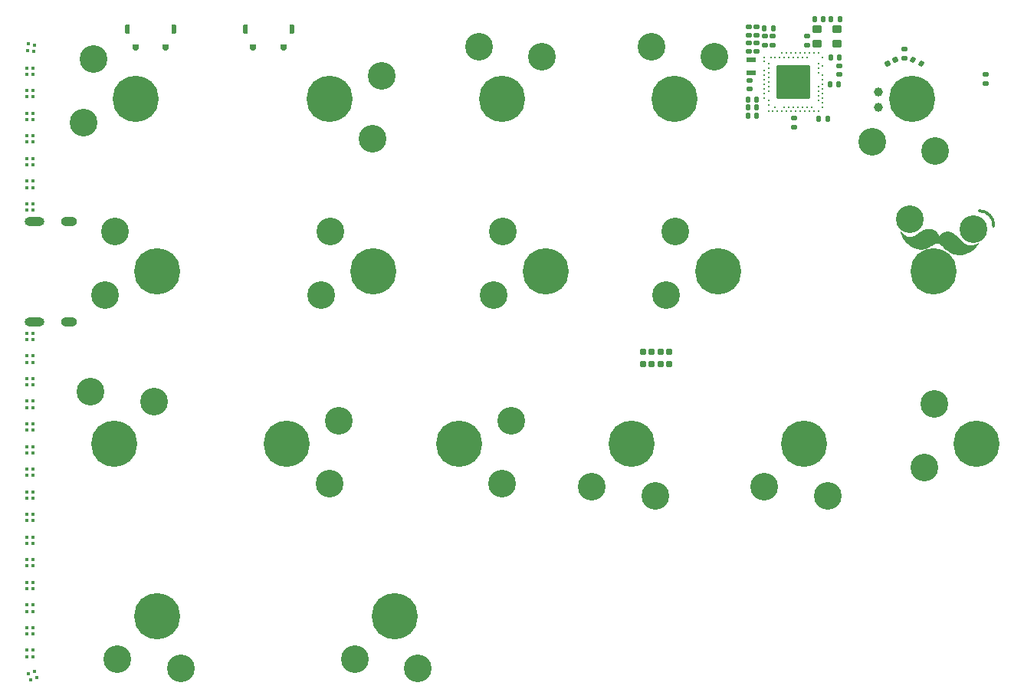
<source format=gts>
G04 #@! TF.GenerationSoftware,KiCad,Pcbnew,(6.0.11-0)*
G04 #@! TF.CreationDate,2023-02-16T18:47:18+08:00*
G04 #@! TF.ProjectId,Right,52696768-742e-46b6-9963-61645f706362,rev?*
G04 #@! TF.SameCoordinates,Original*
G04 #@! TF.FileFunction,Soldermask,Top*
G04 #@! TF.FilePolarity,Negative*
%FSLAX46Y46*%
G04 Gerber Fmt 4.6, Leading zero omitted, Abs format (unit mm)*
G04 Created by KiCad (PCBNEW (6.0.11-0)) date 2023-02-16 18:47:18*
%MOMM*%
%LPD*%
G01*
G04 APERTURE LIST*
G04 Aperture macros list*
%AMRoundRect*
0 Rectangle with rounded corners*
0 $1 Rounding radius*
0 $2 $3 $4 $5 $6 $7 $8 $9 X,Y pos of 4 corners*
0 Add a 4 corners polygon primitive as box body*
4,1,4,$2,$3,$4,$5,$6,$7,$8,$9,$2,$3,0*
0 Add four circle primitives for the rounded corners*
1,1,$1+$1,$2,$3*
1,1,$1+$1,$4,$5*
1,1,$1+$1,$6,$7*
1,1,$1+$1,$8,$9*
0 Add four rect primitives between the rounded corners*
20,1,$1+$1,$2,$3,$4,$5,0*
20,1,$1+$1,$4,$5,$6,$7,0*
20,1,$1+$1,$6,$7,$8,$9,0*
20,1,$1+$1,$8,$9,$2,$3,0*%
%AMFreePoly0*
4,1,13,-0.250000,0.375000,-0.240485,0.422835,-0.213388,0.463388,-0.172835,0.490485,-0.125000,0.500000,0.250000,0.500000,0.250000,-0.500000,-0.125000,-0.500000,-0.172835,-0.490485,-0.213388,-0.463388,-0.240485,-0.422835,-0.250000,-0.375000,-0.250000,0.375000,-0.250000,0.375000,$1*%
%AMFreePoly1*
4,1,13,-0.300000,0.150000,-0.288582,0.207403,-0.256066,0.256066,-0.207403,0.288582,-0.150000,0.300000,0.300000,0.300000,0.300000,-0.300000,-0.150000,-0.300000,-0.207403,-0.288582,-0.256066,-0.256066,-0.288582,-0.207403,-0.300000,-0.150000,-0.300000,0.150000,-0.300000,0.150000,$1*%
G04 Aperture macros list end*
%ADD10C,0.100000*%
%ADD11C,0.350000*%
%ADD12RoundRect,0.087500X-0.087500X-0.087500X0.087500X-0.087500X0.087500X0.087500X-0.087500X0.087500X0*%
%ADD13C,1.000000*%
%ADD14RoundRect,0.140000X-0.170000X0.140000X-0.170000X-0.140000X0.170000X-0.140000X0.170000X0.140000X0*%
%ADD15FreePoly0,180.000000*%
%ADD16FreePoly1,90.000000*%
%ADD17FreePoly0,0.000000*%
%ADD18RoundRect,0.135000X-0.194472X-0.120957X0.055868X-0.222101X0.194472X0.120957X-0.055868X0.222101X0*%
%ADD19C,3.050000*%
%ADD20C,5.100000*%
%ADD21RoundRect,0.147500X-0.147500X-0.172500X0.147500X-0.172500X0.147500X0.172500X-0.147500X0.172500X0*%
%ADD22RoundRect,0.140000X-0.140000X-0.170000X0.140000X-0.170000X0.140000X0.170000X-0.140000X0.170000X0*%
%ADD23RoundRect,0.090000X-0.270000X0.210000X-0.270000X-0.210000X0.270000X-0.210000X0.270000X0.210000X0*%
%ADD24RoundRect,0.087500X-0.101365X-0.070976X0.070976X-0.101365X0.101365X0.070976X-0.070976X0.101365X0*%
%ADD25RoundRect,0.140000X0.170000X-0.140000X0.170000X0.140000X-0.170000X0.140000X-0.170000X-0.140000X0*%
%ADD26C,0.290000*%
%ADD27RoundRect,0.020000X1.800000X1.800000X-1.800000X1.800000X-1.800000X-1.800000X1.800000X-1.800000X0*%
%ADD28RoundRect,0.140000X0.140000X0.170000X-0.140000X0.170000X-0.140000X-0.170000X0.140000X-0.170000X0*%
%ADD29RoundRect,0.087500X-0.056178X-0.110256X0.110256X-0.056178X0.056178X0.110256X-0.110256X0.056178X0*%
%ADD30RoundRect,0.147500X-0.172500X0.147500X-0.172500X-0.147500X0.172500X-0.147500X0.172500X0.147500X0*%
%ADD31RoundRect,0.150000X0.350000X0.300000X-0.350000X0.300000X-0.350000X-0.300000X0.350000X-0.300000X0*%
%ADD32RoundRect,0.147500X-0.072140X-0.215194X0.201379X-0.104685X0.072140X0.215194X-0.201379X0.104685X0*%
%ADD33R,1.100000X0.600000*%
%ADD34O,2.200000X1.000000*%
%ADD35O,1.800000X1.000000*%
G04 APERTURE END LIST*
D10*
G36*
X156277056Y-70206842D02*
G01*
X156345485Y-70216659D01*
X156411164Y-70230299D01*
X156474131Y-70247476D01*
X156534422Y-70267941D01*
X156592076Y-70291398D01*
X156647136Y-70317598D01*
X156699622Y-70346271D01*
X156749592Y-70377125D01*
X156797075Y-70409907D01*
X156842111Y-70444347D01*
X156884743Y-70480156D01*
X156924999Y-70517087D01*
X156998542Y-70593174D01*
X157063068Y-70670468D01*
X157118864Y-70746773D01*
X157166230Y-70819941D01*
X157205480Y-70887793D01*
X157236909Y-70948175D01*
X157277538Y-71037818D01*
X157290538Y-71071563D01*
X157309365Y-71043692D01*
X157332537Y-71011962D01*
X157364586Y-70971130D01*
X157405262Y-70923264D01*
X157454358Y-70870432D01*
X157511613Y-70814715D01*
X157576811Y-70758184D01*
X157612306Y-70730252D01*
X157649705Y-70702900D01*
X157688973Y-70676376D01*
X157730081Y-70650929D01*
X157772997Y-70626839D01*
X157817699Y-70604358D01*
X157864139Y-70583743D01*
X157912308Y-70565253D01*
X157962174Y-70549132D01*
X158013707Y-70535664D01*
X158066869Y-70525104D01*
X158121645Y-70517697D01*
X158177991Y-70513716D01*
X158235894Y-70513394D01*
X158295300Y-70517019D01*
X158356218Y-70524849D01*
X158430002Y-70540006D01*
X158503184Y-70561189D01*
X158575753Y-70587949D01*
X158647720Y-70619923D01*
X158719061Y-70656688D01*
X158789799Y-70697836D01*
X158859919Y-70742975D01*
X158929420Y-70791694D01*
X159066545Y-70898247D01*
X159201156Y-71014249D01*
X159333227Y-71136466D01*
X159462757Y-71261680D01*
X159714036Y-71508086D01*
X159835749Y-71622806D01*
X159954826Y-71727557D01*
X160071219Y-71819102D01*
X160128417Y-71858908D01*
X160184948Y-71894202D01*
X160240794Y-71924564D01*
X160295967Y-71949596D01*
X160350442Y-71968911D01*
X160404239Y-71982080D01*
X160539480Y-72002631D01*
X160668256Y-72013406D01*
X160790252Y-72015608D01*
X160905165Y-72010364D01*
X161012671Y-71998866D01*
X161112463Y-71982257D01*
X161204240Y-71961713D01*
X161287674Y-71938391D01*
X161362466Y-71913462D01*
X161428292Y-71888071D01*
X161531820Y-71840614D01*
X161617639Y-71791477D01*
X161599841Y-71822678D01*
X161545538Y-71907976D01*
X161504276Y-71966991D01*
X161453366Y-72034844D01*
X161392638Y-72109964D01*
X161321925Y-72190785D01*
X161241058Y-72275756D01*
X161149856Y-72363302D01*
X161100331Y-72407547D01*
X161048150Y-72451852D01*
X160993314Y-72496026D01*
X160935775Y-72539870D01*
X160875539Y-72583179D01*
X160812556Y-72625768D01*
X160746836Y-72667438D01*
X160678332Y-72708002D01*
X160607027Y-72747253D01*
X160532907Y-72785000D01*
X160455948Y-72821039D01*
X160376115Y-72855195D01*
X160274096Y-72894339D01*
X160173077Y-72928258D01*
X160073095Y-72957039D01*
X159974113Y-72980810D01*
X159876157Y-72999654D01*
X159779211Y-73013699D01*
X159683287Y-73023036D01*
X159588387Y-73027796D01*
X159494502Y-73028074D01*
X159401636Y-73023968D01*
X159309791Y-73015601D01*
X159218971Y-73003083D01*
X159129172Y-72986505D01*
X159040386Y-72965993D01*
X158865910Y-72913579D01*
X158695523Y-72846695D01*
X158529235Y-72766218D01*
X158367046Y-72673001D01*
X158208981Y-72567923D01*
X158055016Y-72451834D01*
X157905188Y-72325608D01*
X157759475Y-72190115D01*
X157617887Y-72046205D01*
X157577157Y-72004051D01*
X157537829Y-71965336D01*
X157499824Y-71929970D01*
X157463086Y-71897832D01*
X157427531Y-71868814D01*
X157393089Y-71842813D01*
X157359691Y-71819717D01*
X157327263Y-71799409D01*
X157295741Y-71781794D01*
X157265043Y-71766758D01*
X157235104Y-71754192D01*
X157205845Y-71743979D01*
X157177202Y-71736025D01*
X157149094Y-71730213D01*
X157121471Y-71726430D01*
X157094232Y-71724583D01*
X157067330Y-71724542D01*
X157040673Y-71726205D01*
X157014208Y-71729470D01*
X156987846Y-71734225D01*
X156935174Y-71747764D01*
X156882086Y-71765954D01*
X156828011Y-71787925D01*
X156772380Y-71812797D01*
X156654124Y-71867773D01*
X156622704Y-71885718D01*
X156578732Y-71915314D01*
X156455268Y-72001099D01*
X156376808Y-72053120D01*
X156287919Y-72108428D01*
X156189089Y-72164952D01*
X156080858Y-72220597D01*
X156023378Y-72247431D01*
X155963743Y-72273273D01*
X155902028Y-72297842D01*
X155838283Y-72320880D01*
X155772576Y-72342150D01*
X155704998Y-72361359D01*
X155635568Y-72378256D01*
X155564388Y-72392600D01*
X155491502Y-72404102D01*
X155416991Y-72412514D01*
X155340914Y-72417572D01*
X155263335Y-72419021D01*
X155184323Y-72416588D01*
X155103935Y-72410030D01*
X155022244Y-72399069D01*
X154939327Y-72383442D01*
X154801035Y-72349385D01*
X154669318Y-72308675D01*
X154544006Y-72261835D01*
X154424960Y-72209372D01*
X154312045Y-72151788D01*
X154205128Y-72089589D01*
X154104041Y-72023280D01*
X154008666Y-71953375D01*
X153918847Y-71880370D01*
X153834451Y-71804780D01*
X153755333Y-71727101D01*
X153681349Y-71647855D01*
X153548212Y-71486644D01*
X153433911Y-71325205D01*
X153337316Y-71167592D01*
X153257288Y-71017857D01*
X153192685Y-70880037D01*
X153142375Y-70758194D01*
X153080090Y-70578632D01*
X153061351Y-70511589D01*
X153061342Y-70511576D01*
X153061348Y-70511578D01*
X153061351Y-70511589D01*
X153082212Y-70541087D01*
X153107854Y-70574687D01*
X153143261Y-70617947D01*
X153188149Y-70668688D01*
X153242238Y-70724727D01*
X153305240Y-70783882D01*
X153339979Y-70813949D01*
X153376849Y-70843971D01*
X153415794Y-70873680D01*
X153456800Y-70902815D01*
X153499811Y-70931093D01*
X153544800Y-70958238D01*
X153591741Y-70983972D01*
X153640569Y-71008039D01*
X153691284Y-71030159D01*
X153743821Y-71050054D01*
X153798162Y-71067462D01*
X153854273Y-71082101D01*
X153912101Y-71093695D01*
X153971626Y-71101990D01*
X154032806Y-71106695D01*
X154095604Y-71107547D01*
X154159996Y-71104260D01*
X154225927Y-71096577D01*
X154278668Y-71086489D01*
X154332699Y-71072025D01*
X154387971Y-71053497D01*
X154444401Y-71031236D01*
X154560585Y-70976808D01*
X154680810Y-70911319D01*
X154804607Y-70837380D01*
X154931578Y-70757565D01*
X155193188Y-70590709D01*
X155326955Y-70508840D01*
X155462088Y-70431476D01*
X155598160Y-70361197D01*
X155666410Y-70329526D01*
X155734730Y-70300601D01*
X155803059Y-70274740D01*
X155871342Y-70252269D01*
X155939532Y-70233526D01*
X156007566Y-70218810D01*
X156075391Y-70208457D01*
X156142948Y-70202801D01*
X156210189Y-70202160D01*
X156277056Y-70206842D01*
G37*
X156277056Y-70206842D02*
X156345485Y-70216659D01*
X156411164Y-70230299D01*
X156474131Y-70247476D01*
X156534422Y-70267941D01*
X156592076Y-70291398D01*
X156647136Y-70317598D01*
X156699622Y-70346271D01*
X156749592Y-70377125D01*
X156797075Y-70409907D01*
X156842111Y-70444347D01*
X156884743Y-70480156D01*
X156924999Y-70517087D01*
X156998542Y-70593174D01*
X157063068Y-70670468D01*
X157118864Y-70746773D01*
X157166230Y-70819941D01*
X157205480Y-70887793D01*
X157236909Y-70948175D01*
X157277538Y-71037818D01*
X157290538Y-71071563D01*
X157309365Y-71043692D01*
X157332537Y-71011962D01*
X157364586Y-70971130D01*
X157405262Y-70923264D01*
X157454358Y-70870432D01*
X157511613Y-70814715D01*
X157576811Y-70758184D01*
X157612306Y-70730252D01*
X157649705Y-70702900D01*
X157688973Y-70676376D01*
X157730081Y-70650929D01*
X157772997Y-70626839D01*
X157817699Y-70604358D01*
X157864139Y-70583743D01*
X157912308Y-70565253D01*
X157962174Y-70549132D01*
X158013707Y-70535664D01*
X158066869Y-70525104D01*
X158121645Y-70517697D01*
X158177991Y-70513716D01*
X158235894Y-70513394D01*
X158295300Y-70517019D01*
X158356218Y-70524849D01*
X158430002Y-70540006D01*
X158503184Y-70561189D01*
X158575753Y-70587949D01*
X158647720Y-70619923D01*
X158719061Y-70656688D01*
X158789799Y-70697836D01*
X158859919Y-70742975D01*
X158929420Y-70791694D01*
X159066545Y-70898247D01*
X159201156Y-71014249D01*
X159333227Y-71136466D01*
X159462757Y-71261680D01*
X159714036Y-71508086D01*
X159835749Y-71622806D01*
X159954826Y-71727557D01*
X160071219Y-71819102D01*
X160128417Y-71858908D01*
X160184948Y-71894202D01*
X160240794Y-71924564D01*
X160295967Y-71949596D01*
X160350442Y-71968911D01*
X160404239Y-71982080D01*
X160539480Y-72002631D01*
X160668256Y-72013406D01*
X160790252Y-72015608D01*
X160905165Y-72010364D01*
X161012671Y-71998866D01*
X161112463Y-71982257D01*
X161204240Y-71961713D01*
X161287674Y-71938391D01*
X161362466Y-71913462D01*
X161428292Y-71888071D01*
X161531820Y-71840614D01*
X161617639Y-71791477D01*
X161599841Y-71822678D01*
X161545538Y-71907976D01*
X161504276Y-71966991D01*
X161453366Y-72034844D01*
X161392638Y-72109964D01*
X161321925Y-72190785D01*
X161241058Y-72275756D01*
X161149856Y-72363302D01*
X161100331Y-72407547D01*
X161048150Y-72451852D01*
X160993314Y-72496026D01*
X160935775Y-72539870D01*
X160875539Y-72583179D01*
X160812556Y-72625768D01*
X160746836Y-72667438D01*
X160678332Y-72708002D01*
X160607027Y-72747253D01*
X160532907Y-72785000D01*
X160455948Y-72821039D01*
X160376115Y-72855195D01*
X160274096Y-72894339D01*
X160173077Y-72928258D01*
X160073095Y-72957039D01*
X159974113Y-72980810D01*
X159876157Y-72999654D01*
X159779211Y-73013699D01*
X159683287Y-73023036D01*
X159588387Y-73027796D01*
X159494502Y-73028074D01*
X159401636Y-73023968D01*
X159309791Y-73015601D01*
X159218971Y-73003083D01*
X159129172Y-72986505D01*
X159040386Y-72965993D01*
X158865910Y-72913579D01*
X158695523Y-72846695D01*
X158529235Y-72766218D01*
X158367046Y-72673001D01*
X158208981Y-72567923D01*
X158055016Y-72451834D01*
X157905188Y-72325608D01*
X157759475Y-72190115D01*
X157617887Y-72046205D01*
X157577157Y-72004051D01*
X157537829Y-71965336D01*
X157499824Y-71929970D01*
X157463086Y-71897832D01*
X157427531Y-71868814D01*
X157393089Y-71842813D01*
X157359691Y-71819717D01*
X157327263Y-71799409D01*
X157295741Y-71781794D01*
X157265043Y-71766758D01*
X157235104Y-71754192D01*
X157205845Y-71743979D01*
X157177202Y-71736025D01*
X157149094Y-71730213D01*
X157121471Y-71726430D01*
X157094232Y-71724583D01*
X157067330Y-71724542D01*
X157040673Y-71726205D01*
X157014208Y-71729470D01*
X156987846Y-71734225D01*
X156935174Y-71747764D01*
X156882086Y-71765954D01*
X156828011Y-71787925D01*
X156772380Y-71812797D01*
X156654124Y-71867773D01*
X156622704Y-71885718D01*
X156578732Y-71915314D01*
X156455268Y-72001099D01*
X156376808Y-72053120D01*
X156287919Y-72108428D01*
X156189089Y-72164952D01*
X156080858Y-72220597D01*
X156023378Y-72247431D01*
X155963743Y-72273273D01*
X155902028Y-72297842D01*
X155838283Y-72320880D01*
X155772576Y-72342150D01*
X155704998Y-72361359D01*
X155635568Y-72378256D01*
X155564388Y-72392600D01*
X155491502Y-72404102D01*
X155416991Y-72412514D01*
X155340914Y-72417572D01*
X155263335Y-72419021D01*
X155184323Y-72416588D01*
X155103935Y-72410030D01*
X155022244Y-72399069D01*
X154939327Y-72383442D01*
X154801035Y-72349385D01*
X154669318Y-72308675D01*
X154544006Y-72261835D01*
X154424960Y-72209372D01*
X154312045Y-72151788D01*
X154205128Y-72089589D01*
X154104041Y-72023280D01*
X154008666Y-71953375D01*
X153918847Y-71880370D01*
X153834451Y-71804780D01*
X153755333Y-71727101D01*
X153681349Y-71647855D01*
X153548212Y-71486644D01*
X153433911Y-71325205D01*
X153337316Y-71167592D01*
X153257288Y-71017857D01*
X153192685Y-70880037D01*
X153142375Y-70758194D01*
X153080090Y-70578632D01*
X153061351Y-70511589D01*
X153061342Y-70511576D01*
X153061348Y-70511578D01*
X153061351Y-70511589D01*
X153082212Y-70541087D01*
X153107854Y-70574687D01*
X153143261Y-70617947D01*
X153188149Y-70668688D01*
X153242238Y-70724727D01*
X153305240Y-70783882D01*
X153339979Y-70813949D01*
X153376849Y-70843971D01*
X153415794Y-70873680D01*
X153456800Y-70902815D01*
X153499811Y-70931093D01*
X153544800Y-70958238D01*
X153591741Y-70983972D01*
X153640569Y-71008039D01*
X153691284Y-71030159D01*
X153743821Y-71050054D01*
X153798162Y-71067462D01*
X153854273Y-71082101D01*
X153912101Y-71093695D01*
X153971626Y-71101990D01*
X154032806Y-71106695D01*
X154095604Y-71107547D01*
X154159996Y-71104260D01*
X154225927Y-71096577D01*
X154278668Y-71086489D01*
X154332699Y-71072025D01*
X154387971Y-71053497D01*
X154444401Y-71031236D01*
X154560585Y-70976808D01*
X154680810Y-70911319D01*
X154804607Y-70837380D01*
X154931578Y-70757565D01*
X155193188Y-70590709D01*
X155326955Y-70508840D01*
X155462088Y-70431476D01*
X155598160Y-70361197D01*
X155666410Y-70329526D01*
X155734730Y-70300601D01*
X155803059Y-70274740D01*
X155871342Y-70252269D01*
X155939532Y-70233526D01*
X156007566Y-70218810D01*
X156075391Y-70208457D01*
X156142948Y-70202801D01*
X156210189Y-70202160D01*
X156277056Y-70206842D01*
D11*
X163340575Y-69886706D02*
G75*
G03*
X161773387Y-68216455I-1570575J96706D01*
G01*
D12*
X56537784Y-116750411D03*
X57237784Y-116750411D03*
X56537784Y-117450411D03*
X57237784Y-117450411D03*
D13*
X150580002Y-56780006D03*
D14*
X138040000Y-48940000D03*
X138040000Y-49900000D03*
D15*
X72797208Y-48104296D03*
D16*
X68552208Y-50154296D03*
X71902208Y-50154296D03*
D17*
X67657208Y-48104296D03*
D13*
X150580002Y-55080006D03*
D12*
X56537784Y-84250411D03*
X57237784Y-84250411D03*
X56537784Y-84950411D03*
X57237784Y-84950411D03*
D14*
X162480002Y-53170000D03*
X162480002Y-54130000D03*
D18*
X154436261Y-51556692D03*
X155381989Y-51938790D03*
D14*
X136260000Y-47870000D03*
X136260000Y-48830000D03*
D19*
X90073752Y-70530006D03*
X89023752Y-77530006D03*
D20*
X94773752Y-74930006D03*
D21*
X137995000Y-48070000D03*
X138965000Y-48070000D03*
D14*
X136400000Y-53800000D03*
X136400000Y-54760000D03*
D20*
X132873752Y-74930006D03*
D19*
X127123752Y-77530006D03*
X128173752Y-70530006D03*
D14*
X137130000Y-47870000D03*
X137130000Y-48830000D03*
D12*
X56537784Y-52431211D03*
X57237784Y-52431211D03*
X56537784Y-53131211D03*
X57237784Y-53131211D03*
X56537784Y-54931211D03*
X57237784Y-54931211D03*
X56537784Y-55631211D03*
X57237784Y-55631211D03*
X56537784Y-64931211D03*
X57237784Y-64931211D03*
X56537784Y-65631211D03*
X57237784Y-65631211D03*
X56537784Y-106750411D03*
X57237784Y-106750411D03*
X56537784Y-107450411D03*
X57237784Y-107450411D03*
D22*
X136210000Y-56790000D03*
X137170000Y-56790000D03*
D12*
X56537784Y-99250411D03*
X57237784Y-99250411D03*
X56537784Y-99950411D03*
X57237784Y-99950411D03*
X56537784Y-114250411D03*
X57237784Y-114250411D03*
X56537784Y-114950411D03*
X57237784Y-114950411D03*
D23*
X127503756Y-85155002D03*
X126533756Y-85155002D03*
X125563756Y-85155002D03*
X124593756Y-85155002D03*
X124593756Y-83755002D03*
X125563756Y-83755002D03*
X126533756Y-83755002D03*
X127503756Y-83755002D03*
D22*
X136210000Y-57680000D03*
X137170000Y-57680000D03*
D12*
X56537784Y-89250411D03*
X57237784Y-89250411D03*
X56537784Y-89950411D03*
X57237784Y-89950411D03*
D24*
X56737978Y-49792251D03*
X57427344Y-49913805D03*
X56616424Y-50481617D03*
X57305790Y-50603171D03*
D19*
X137998752Y-98680006D03*
D20*
X142398752Y-93980006D03*
D19*
X144998752Y-99730006D03*
D25*
X136260000Y-50610000D03*
X136260000Y-49650000D03*
D14*
X142771402Y-48922257D03*
X142771402Y-49882257D03*
D22*
X145371402Y-47082257D03*
X146331402Y-47082257D03*
D19*
X161086252Y-70230000D03*
X154086252Y-69180000D03*
D20*
X156686252Y-74930000D03*
D19*
X113461252Y-51180006D03*
X106461252Y-50130006D03*
D20*
X109061252Y-55880006D03*
D12*
X56537784Y-62431211D03*
X57237784Y-62431211D03*
X56537784Y-63131211D03*
X57237784Y-63131211D03*
D15*
X85797208Y-48104296D03*
D16*
X81552208Y-50154296D03*
X84902208Y-50154296D03*
D17*
X80657208Y-48104296D03*
D22*
X145360000Y-51300000D03*
X146320000Y-51300000D03*
D19*
X118948752Y-98680006D03*
X125948752Y-99730006D03*
D20*
X123348752Y-93980006D03*
D22*
X143571402Y-47082257D03*
X144531402Y-47082257D03*
D26*
X139960000Y-50740888D03*
X140460000Y-50740888D03*
X140960000Y-50740888D03*
X141460000Y-50740888D03*
X141960000Y-50740888D03*
X142460000Y-50740888D03*
X142960000Y-50740888D03*
X143460000Y-50740888D03*
X143960000Y-50740888D03*
X144460000Y-56240888D03*
X138460000Y-56490888D03*
X139210000Y-56740888D03*
X140210000Y-56740888D03*
X140710000Y-56740888D03*
X141210000Y-56740888D03*
X141710000Y-56740888D03*
X142210000Y-56740888D03*
X142710000Y-56740888D03*
X143210000Y-56740888D03*
X144460000Y-56740888D03*
X138460000Y-57240888D03*
X138960000Y-57240888D03*
X139460000Y-57240888D03*
X139960000Y-57240888D03*
X140460000Y-57240888D03*
X140960000Y-57240888D03*
X141460000Y-57240888D03*
X141960000Y-57240888D03*
X142460000Y-57240888D03*
X142960000Y-57240888D03*
X143460000Y-57240888D03*
X143960000Y-57240888D03*
X137960000Y-51240888D03*
X138710000Y-51240888D03*
X139210000Y-51240888D03*
X139710000Y-51240888D03*
X140210000Y-51240888D03*
X140710000Y-51240888D03*
X141210000Y-51240888D03*
X141710000Y-51240888D03*
X142210000Y-51240888D03*
X142710000Y-51240888D03*
X144460000Y-51240888D03*
X137960000Y-51740888D03*
X138460000Y-51990888D03*
X143960000Y-51990888D03*
X144460000Y-52240888D03*
D27*
X141210000Y-53990888D03*
D26*
X138460000Y-52490888D03*
X143960000Y-52490888D03*
X137960000Y-52740888D03*
X138460000Y-52990888D03*
X143960000Y-52990888D03*
X137960000Y-53240888D03*
X144460000Y-53240888D03*
X138460000Y-53490888D03*
X137960000Y-53740888D03*
X144460000Y-53740888D03*
X138460000Y-53990888D03*
X137960000Y-54240888D03*
X144460000Y-54240888D03*
X138460000Y-54490888D03*
X143960000Y-54490888D03*
X137960000Y-54740888D03*
X144460000Y-54740888D03*
X138460000Y-54990888D03*
X143960000Y-54990888D03*
X137960000Y-55240888D03*
X144460000Y-55240888D03*
X143960000Y-55490888D03*
X137960000Y-55740888D03*
X144460000Y-55740888D03*
X138460000Y-55990888D03*
X143960000Y-55990888D03*
D19*
X73561250Y-118780000D03*
X66561250Y-117730000D03*
D20*
X70961250Y-113030000D03*
D28*
X146200000Y-54260000D03*
X145240000Y-54260000D03*
D12*
X56537784Y-94250411D03*
X57237784Y-94250411D03*
X56537784Y-94950411D03*
X57237784Y-94950411D03*
D14*
X146300000Y-52170000D03*
X146300000Y-53130000D03*
D22*
X136210000Y-55900000D03*
X137170000Y-55900000D03*
D19*
X132511252Y-51180006D03*
X125511252Y-50130006D03*
D20*
X128111252Y-55880006D03*
X154305002Y-55880006D03*
D19*
X156905002Y-61630006D03*
X149905002Y-60580006D03*
D25*
X141275000Y-58955000D03*
X141275000Y-57995000D03*
D19*
X99755000Y-118780000D03*
D20*
X97155000Y-113030000D03*
D19*
X92755000Y-117730000D03*
D12*
X56537784Y-101750411D03*
X57237784Y-101750411D03*
X56537784Y-102450411D03*
X57237784Y-102450411D03*
D14*
X137130000Y-49650000D03*
X137130000Y-50610000D03*
D12*
X56537784Y-86750411D03*
X57237784Y-86750411D03*
X56537784Y-87450411D03*
X57237784Y-87450411D03*
D19*
X155698752Y-96580006D03*
X156748752Y-89580006D03*
D20*
X161448752Y-93980006D03*
D29*
X56750258Y-119338997D03*
X57415998Y-119122685D03*
X56966570Y-120004737D03*
X57632310Y-119788425D03*
D12*
X56537784Y-96750411D03*
X57237784Y-96750411D03*
X56537784Y-97450411D03*
X57237784Y-97450411D03*
D19*
X108073750Y-77530000D03*
X109123750Y-70530000D03*
D20*
X113823750Y-74930000D03*
D30*
X138920000Y-48930000D03*
X138920000Y-49900000D03*
D12*
X56537784Y-111750411D03*
X57237784Y-111750411D03*
X56537784Y-112450411D03*
X57237784Y-112450411D03*
D28*
X144990000Y-58040000D03*
X144030000Y-58040000D03*
D19*
X62830002Y-58480000D03*
D20*
X68580002Y-55880000D03*
D19*
X63880002Y-51480000D03*
X95761252Y-53280006D03*
D20*
X90011252Y-55880006D03*
D19*
X94711252Y-60280006D03*
X90998752Y-91380006D03*
D20*
X85248752Y-93980006D03*
D19*
X89948752Y-98380006D03*
D20*
X104298752Y-93980006D03*
D19*
X108998752Y-98380006D03*
X110048752Y-91380006D03*
D31*
X146030000Y-48140000D03*
X143830000Y-48140000D03*
X143830000Y-49740000D03*
X146030000Y-49740000D03*
D12*
X56537784Y-59931211D03*
X57237784Y-59931211D03*
X56537784Y-60631211D03*
X57237784Y-60631211D03*
D20*
X66198752Y-93980006D03*
D19*
X63598752Y-88230006D03*
X70598752Y-89280006D03*
D12*
X56537784Y-104250411D03*
X57237784Y-104250411D03*
X56537784Y-104950411D03*
X57237784Y-104950411D03*
X56537784Y-81750411D03*
X57237784Y-81750411D03*
X56537784Y-82450411D03*
X57237784Y-82450411D03*
X56537784Y-57431211D03*
X57237784Y-57431211D03*
X56537784Y-58131211D03*
X57237784Y-58131211D03*
X56537784Y-91750411D03*
X57237784Y-91750411D03*
X56537784Y-92450411D03*
X57237784Y-92450411D03*
D32*
X151589441Y-51919425D03*
X152488809Y-51556057D03*
D33*
X136525000Y-51570000D03*
X136525000Y-52970000D03*
D14*
X153459125Y-50387741D03*
X153459125Y-51347741D03*
D12*
X56537784Y-109250411D03*
X57237784Y-109250411D03*
X56537784Y-109950411D03*
X57237784Y-109950411D03*
X56537784Y-67431211D03*
X57237784Y-67431211D03*
X56537784Y-68131211D03*
X57237784Y-68131211D03*
D19*
X65211252Y-77530006D03*
D20*
X70961252Y-74930006D03*
D19*
X66261252Y-70530006D03*
D34*
X57369184Y-69355911D03*
X57369184Y-80506511D03*
D35*
X61169184Y-80506811D03*
X61169184Y-69355911D03*
M02*

</source>
